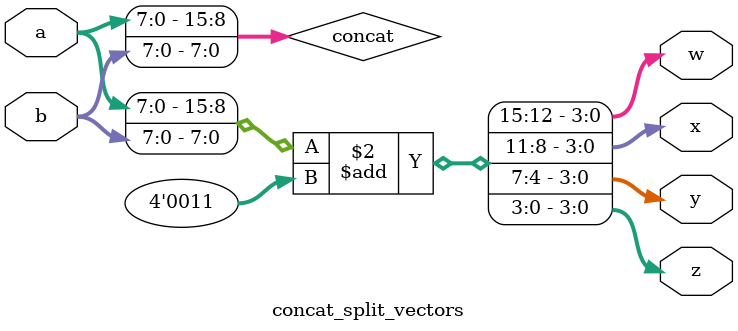
<source format=v>
module concat_split_vectors (
  input [7:0] a,
  input [7:0] b,
  output reg [3:0] w,
  output reg [3:0] x,
  output reg [3:0] y,
  output reg [3:0] z
);

  reg [15:0] concat;
  
  always @ (a or b) begin
    concat = {a, b};
  end
  
  assign {w, x, y, z} = concat + 4'b11;
  
endmodule

</source>
